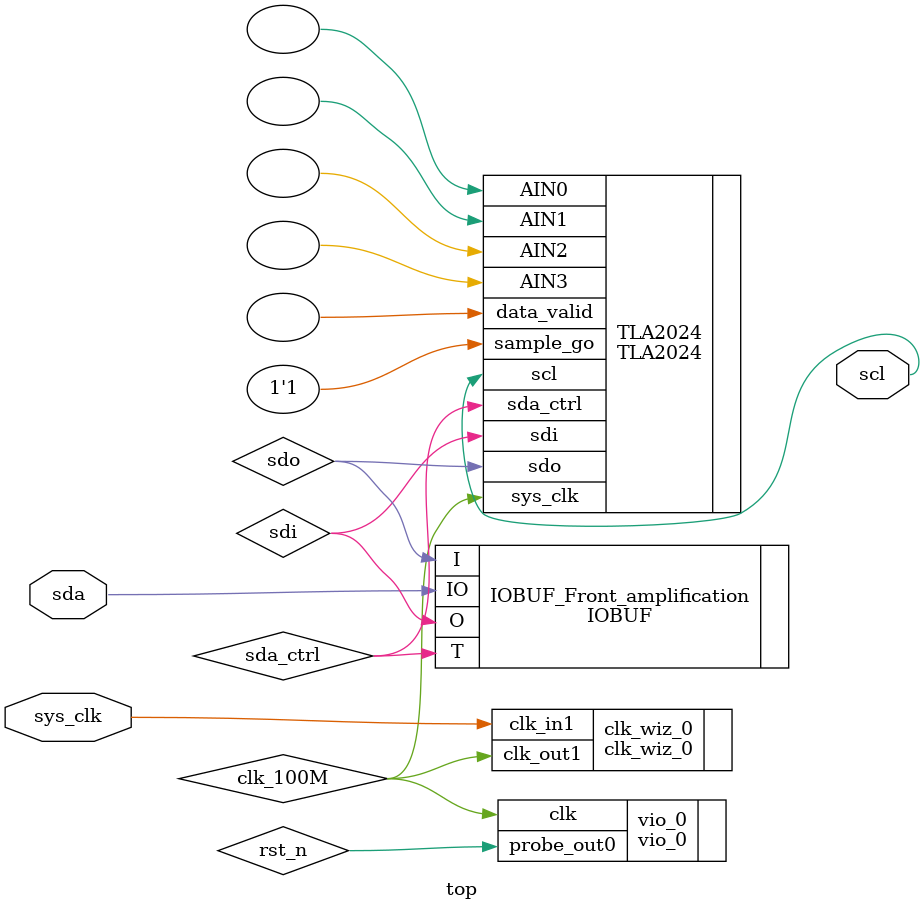
<source format=v>
`timescale 1ns / 1ps

module top(
        input       sys_clk,
        
        inout       sda,
        output      scl
    );
wire    rst_n;
wire    clk_100M;
wire    sdi;
wire    sdo;
wire    sda_ctrl;

reg [15:0]  cnt = 16'd0;
reg         sample_go = 1'b0;

vio_0 vio_0 (
  .clk(clk_100M),                // input wire clk
  .probe_out0(rst_n)  // output wire [0 : 0] probe_out0
);

always@(posedge sys_clk)begin
    if(rst_n)begin
        cnt <= 16'd0;
        sample_go <= 1'b0; 
    end else if(cnt >= 16'd60010)begin
        sample_go <= 1'b0; 
    end else if(cnt >= 16'd60000)begin
        cnt <= cnt + 1'b1;
        sample_go <= 1'b1; 
    end else begin
        cnt <= cnt + 1'b1;
        sample_go <= 1'b0;
    end 
end

  clk_wiz_0 clk_wiz_0
   (
    // Clock out ports
    .clk_out1(clk_100M),     // output clk_out1
   // Clock in ports
    .clk_in1(sys_clk));      // input clk_in1

TLA2024#
(
    .CLK_RFEQ  (8'd100),
    .CHIP_ADDR (7'b1001000),
    .CHANNEL   (4'b1111),
    .AIN0_cfg  (16'b1_100_010_1_111_00111),
    .AIN1_cfg  (16'b1_101_010_1_111_00111),
    .AIN2_cfg  (16'b1_110_010_1_111_00111),
    .AIN3_cfg  (16'b1_111_010_1_111_00111)
)
TLA2024
(      
    .sys_clk        (clk_100M),
    .scl            (scl),
    .sdi            (sdi),
    .sdo            (sdo),
    .sda_ctrl       (sda_ctrl),

    .sample_go      (1'b1),
    .AIN0           (),
    .AIN1           (),
    .AIN2           (),
    .AIN3           (),
    .data_valid     ()
    );
    
    
  IOBUF #(
	.DRIVE(12), // Specify the output drive strength
	.IBUF_LOW_PWR("TRUE"),  // Low Power - "TRUE", High Performance = "FALSE" 
	.IOSTANDARD("DEFAULT"), // Specify the I/O standard
	.SLEW("SLOW") // Specify the output slew rate
) IOBUF_Front_amplification (
	.O (sdi  ),     // Buffer output
	.IO(sda      ),   // Buffer inout port (connect directly to top-level port)
	.I (sdo  ),     // Buffer input
	.T (sda_ctrl   )      // 3-state enable input, high=input, low=output
); 
endmodule




</source>
